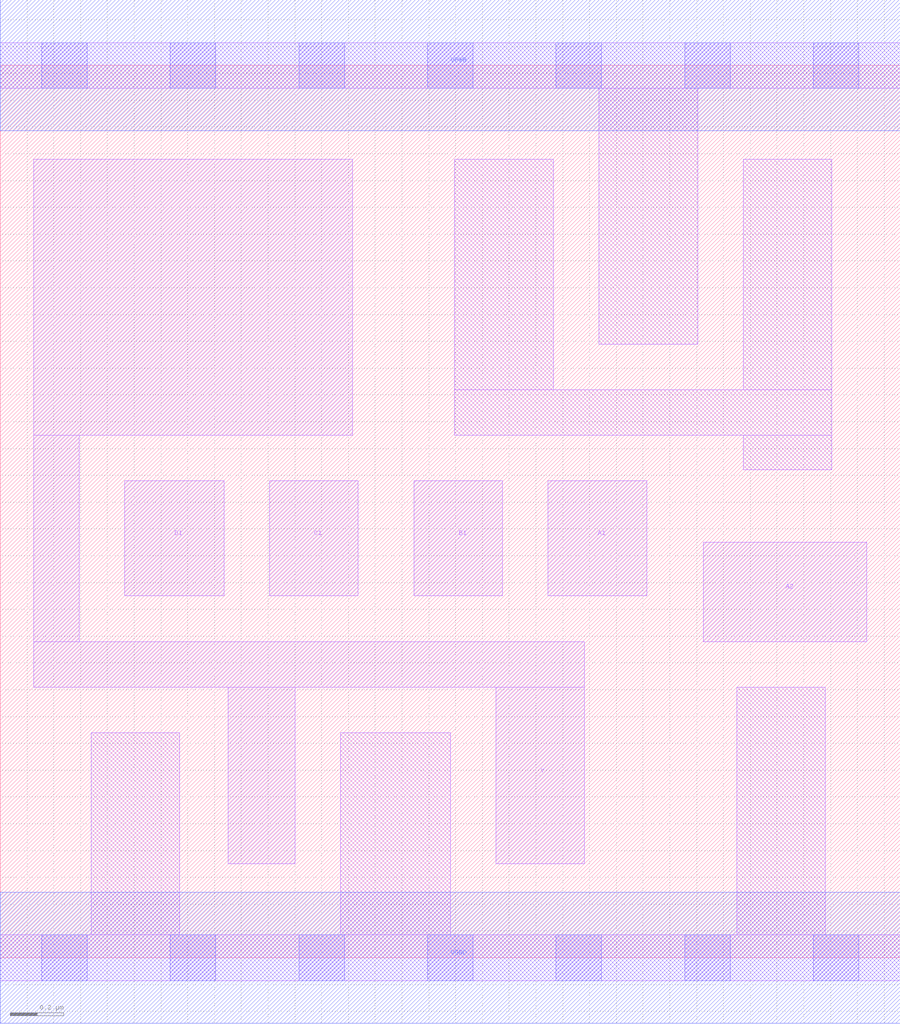
<source format=lef>
# Copyright 2020 The SkyWater PDK Authors
#
# Licensed under the Apache License, Version 2.0 (the "License");
# you may not use this file except in compliance with the License.
# You may obtain a copy of the License at
#
#     https://www.apache.org/licenses/LICENSE-2.0
#
# Unless required by applicable law or agreed to in writing, software
# distributed under the License is distributed on an "AS IS" BASIS,
# WITHOUT WARRANTIES OR CONDITIONS OF ANY KIND, either express or implied.
# See the License for the specific language governing permissions and
# limitations under the License.
#
# SPDX-License-Identifier: Apache-2.0

VERSION 5.7 ;
  NAMESCASESENSITIVE ON ;
  NOWIREEXTENSIONATPIN ON ;
  DIVIDERCHAR "/" ;
  BUSBITCHARS "[]" ;
UNITS
  DATABASE MICRONS 200 ;
END UNITS
MACRO sky130_fd_sc_hs__a2111oi_1
  CLASS CORE ;
  SOURCE USER ;
  FOREIGN sky130_fd_sc_hs__a2111oi_1 ;
  ORIGIN  0.000000  0.000000 ;
  SIZE  3.360000 BY  3.330000 ;
  SYMMETRY X Y ;
  SITE unit ;
  PIN A1
    ANTENNAGATEAREA  0.279000 ;
    DIRECTION INPUT ;
    USE SIGNAL ;
    PORT
      LAYER li1 ;
        RECT 2.045000 1.350000 2.415000 1.780000 ;
    END
  END A1
  PIN A2
    ANTENNAGATEAREA  0.279000 ;
    DIRECTION INPUT ;
    USE SIGNAL ;
    PORT
      LAYER li1 ;
        RECT 2.625000 1.180000 3.235000 1.550000 ;
    END
  END A2
  PIN B1
    ANTENNAGATEAREA  0.279000 ;
    DIRECTION INPUT ;
    USE SIGNAL ;
    PORT
      LAYER li1 ;
        RECT 1.545000 1.350000 1.875000 1.780000 ;
    END
  END B1
  PIN C1
    ANTENNAGATEAREA  0.279000 ;
    DIRECTION INPUT ;
    USE SIGNAL ;
    PORT
      LAYER li1 ;
        RECT 1.005000 1.350000 1.335000 1.780000 ;
    END
  END C1
  PIN D1
    ANTENNAGATEAREA  0.279000 ;
    DIRECTION INPUT ;
    USE SIGNAL ;
    PORT
      LAYER li1 ;
        RECT 0.465000 1.350000 0.835000 1.780000 ;
    END
  END D1
  PIN Y
    ANTENNADIFFAREA  0.722400 ;
    DIRECTION OUTPUT ;
    USE SIGNAL ;
    PORT
      LAYER li1 ;
        RECT 0.125000 1.010000 2.180000 1.180000 ;
        RECT 0.125000 1.180000 0.295000 1.950000 ;
        RECT 0.125000 1.950000 1.315000 2.980000 ;
        RECT 0.850000 0.350000 1.100000 1.010000 ;
        RECT 1.850000 0.350000 2.180000 1.010000 ;
    END
  END Y
  PIN VGND
    DIRECTION INOUT ;
    USE GROUND ;
    PORT
      LAYER met1 ;
        RECT 0.000000 -0.245000 3.360000 0.245000 ;
    END
  END VGND
  PIN VPWR
    DIRECTION INOUT ;
    USE POWER ;
    PORT
      LAYER met1 ;
        RECT 0.000000 3.085000 3.360000 3.575000 ;
    END
  END VPWR
  OBS
    LAYER li1 ;
      RECT 0.000000 -0.085000 3.360000 0.085000 ;
      RECT 0.000000  3.245000 3.360000 3.415000 ;
      RECT 0.340000  0.085000 0.670000 0.840000 ;
      RECT 1.270000  0.085000 1.680000 0.840000 ;
      RECT 1.695000  1.950000 3.105000 2.120000 ;
      RECT 1.695000  2.120000 2.065000 2.980000 ;
      RECT 2.235000  2.290000 2.605000 3.245000 ;
      RECT 2.750000  0.085000 3.080000 1.010000 ;
      RECT 2.775000  1.820000 3.105000 1.950000 ;
      RECT 2.775000  2.120000 3.105000 2.980000 ;
    LAYER mcon ;
      RECT 0.155000 -0.085000 0.325000 0.085000 ;
      RECT 0.155000  3.245000 0.325000 3.415000 ;
      RECT 0.635000 -0.085000 0.805000 0.085000 ;
      RECT 0.635000  3.245000 0.805000 3.415000 ;
      RECT 1.115000 -0.085000 1.285000 0.085000 ;
      RECT 1.115000  3.245000 1.285000 3.415000 ;
      RECT 1.595000 -0.085000 1.765000 0.085000 ;
      RECT 1.595000  3.245000 1.765000 3.415000 ;
      RECT 2.075000 -0.085000 2.245000 0.085000 ;
      RECT 2.075000  3.245000 2.245000 3.415000 ;
      RECT 2.555000 -0.085000 2.725000 0.085000 ;
      RECT 2.555000  3.245000 2.725000 3.415000 ;
      RECT 3.035000 -0.085000 3.205000 0.085000 ;
      RECT 3.035000  3.245000 3.205000 3.415000 ;
  END
END sky130_fd_sc_hs__a2111oi_1
END LIBRARY

</source>
